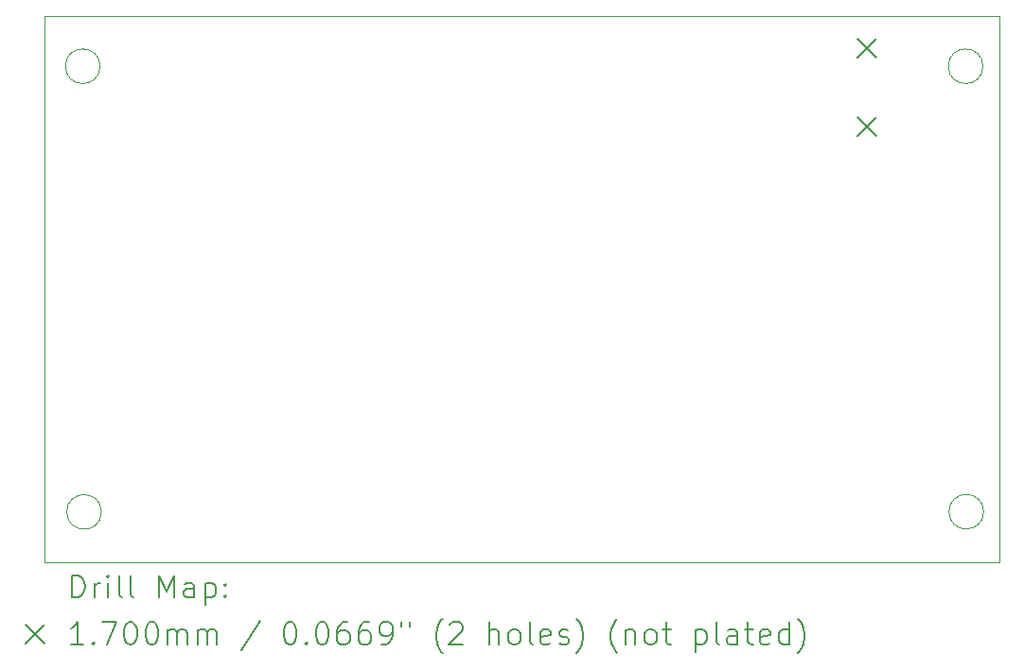
<source format=gbr>
%TF.GenerationSoftware,KiCad,Pcbnew,7.0.1*%
%TF.CreationDate,2024-01-20T16:33:46+00:00*%
%TF.ProjectId,SI4735,53493437-3335-42e6-9b69-6361645f7063,rev?*%
%TF.SameCoordinates,Original*%
%TF.FileFunction,Drillmap*%
%TF.FilePolarity,Positive*%
%FSLAX45Y45*%
G04 Gerber Fmt 4.5, Leading zero omitted, Abs format (unit mm)*
G04 Created by KiCad (PCBNEW 7.0.1) date 2024-01-20 16:33:46*
%MOMM*%
%LPD*%
G01*
G04 APERTURE LIST*
%ADD10C,0.100000*%
%ADD11C,0.050000*%
%ADD12C,0.200000*%
%ADD13C,0.170000*%
G04 APERTURE END LIST*
D10*
X3555840Y-2268000D02*
G75*
G03*
X3555840Y-2268000I-154840J0D01*
G01*
D11*
X3060000Y-1815000D02*
X11602000Y-1815000D01*
X11602000Y-6713000D01*
X3060000Y-6713000D01*
X3060000Y-1815000D01*
D10*
X11459840Y-6259000D02*
G75*
G03*
X11459840Y-6259000I-154840J0D01*
G01*
X11453840Y-2268000D02*
G75*
G03*
X11453840Y-2268000I-154840J0D01*
G01*
X3567840Y-6261000D02*
G75*
G03*
X3567840Y-6261000I-154840J0D01*
G01*
D12*
D13*
X10333417Y-2023500D02*
X10503417Y-2193500D01*
X10503417Y-2023500D02*
X10333417Y-2193500D01*
X10333417Y-2723500D02*
X10503417Y-2893500D01*
X10503417Y-2723500D02*
X10333417Y-2893500D01*
D12*
X3305119Y-7028024D02*
X3305119Y-6828024D01*
X3305119Y-6828024D02*
X3352738Y-6828024D01*
X3352738Y-6828024D02*
X3381309Y-6837548D01*
X3381309Y-6837548D02*
X3400357Y-6856595D01*
X3400357Y-6856595D02*
X3409881Y-6875643D01*
X3409881Y-6875643D02*
X3419405Y-6913738D01*
X3419405Y-6913738D02*
X3419405Y-6942309D01*
X3419405Y-6942309D02*
X3409881Y-6980405D01*
X3409881Y-6980405D02*
X3400357Y-6999452D01*
X3400357Y-6999452D02*
X3381309Y-7018500D01*
X3381309Y-7018500D02*
X3352738Y-7028024D01*
X3352738Y-7028024D02*
X3305119Y-7028024D01*
X3505119Y-7028024D02*
X3505119Y-6894690D01*
X3505119Y-6932786D02*
X3514643Y-6913738D01*
X3514643Y-6913738D02*
X3524167Y-6904214D01*
X3524167Y-6904214D02*
X3543214Y-6894690D01*
X3543214Y-6894690D02*
X3562262Y-6894690D01*
X3628928Y-7028024D02*
X3628928Y-6894690D01*
X3628928Y-6828024D02*
X3619405Y-6837548D01*
X3619405Y-6837548D02*
X3628928Y-6847071D01*
X3628928Y-6847071D02*
X3638452Y-6837548D01*
X3638452Y-6837548D02*
X3628928Y-6828024D01*
X3628928Y-6828024D02*
X3628928Y-6847071D01*
X3752738Y-7028024D02*
X3733690Y-7018500D01*
X3733690Y-7018500D02*
X3724167Y-6999452D01*
X3724167Y-6999452D02*
X3724167Y-6828024D01*
X3857500Y-7028024D02*
X3838452Y-7018500D01*
X3838452Y-7018500D02*
X3828928Y-6999452D01*
X3828928Y-6999452D02*
X3828928Y-6828024D01*
X4086071Y-7028024D02*
X4086071Y-6828024D01*
X4086071Y-6828024D02*
X4152738Y-6970881D01*
X4152738Y-6970881D02*
X4219405Y-6828024D01*
X4219405Y-6828024D02*
X4219405Y-7028024D01*
X4400357Y-7028024D02*
X4400357Y-6923262D01*
X4400357Y-6923262D02*
X4390833Y-6904214D01*
X4390833Y-6904214D02*
X4371786Y-6894690D01*
X4371786Y-6894690D02*
X4333690Y-6894690D01*
X4333690Y-6894690D02*
X4314643Y-6904214D01*
X4400357Y-7018500D02*
X4381310Y-7028024D01*
X4381310Y-7028024D02*
X4333690Y-7028024D01*
X4333690Y-7028024D02*
X4314643Y-7018500D01*
X4314643Y-7018500D02*
X4305119Y-6999452D01*
X4305119Y-6999452D02*
X4305119Y-6980405D01*
X4305119Y-6980405D02*
X4314643Y-6961357D01*
X4314643Y-6961357D02*
X4333690Y-6951833D01*
X4333690Y-6951833D02*
X4381310Y-6951833D01*
X4381310Y-6951833D02*
X4400357Y-6942309D01*
X4495595Y-6894690D02*
X4495595Y-7094690D01*
X4495595Y-6904214D02*
X4514643Y-6894690D01*
X4514643Y-6894690D02*
X4552738Y-6894690D01*
X4552738Y-6894690D02*
X4571786Y-6904214D01*
X4571786Y-6904214D02*
X4581310Y-6913738D01*
X4581310Y-6913738D02*
X4590833Y-6932786D01*
X4590833Y-6932786D02*
X4590833Y-6989928D01*
X4590833Y-6989928D02*
X4581310Y-7008976D01*
X4581310Y-7008976D02*
X4571786Y-7018500D01*
X4571786Y-7018500D02*
X4552738Y-7028024D01*
X4552738Y-7028024D02*
X4514643Y-7028024D01*
X4514643Y-7028024D02*
X4495595Y-7018500D01*
X4676548Y-7008976D02*
X4686071Y-7018500D01*
X4686071Y-7018500D02*
X4676548Y-7028024D01*
X4676548Y-7028024D02*
X4667024Y-7018500D01*
X4667024Y-7018500D02*
X4676548Y-7008976D01*
X4676548Y-7008976D02*
X4676548Y-7028024D01*
X4676548Y-6904214D02*
X4686071Y-6913738D01*
X4686071Y-6913738D02*
X4676548Y-6923262D01*
X4676548Y-6923262D02*
X4667024Y-6913738D01*
X4667024Y-6913738D02*
X4676548Y-6904214D01*
X4676548Y-6904214D02*
X4676548Y-6923262D01*
D13*
X2887500Y-7270500D02*
X3057500Y-7440500D01*
X3057500Y-7270500D02*
X2887500Y-7440500D01*
D12*
X3409881Y-7448024D02*
X3295595Y-7448024D01*
X3352738Y-7448024D02*
X3352738Y-7248024D01*
X3352738Y-7248024D02*
X3333690Y-7276595D01*
X3333690Y-7276595D02*
X3314643Y-7295643D01*
X3314643Y-7295643D02*
X3295595Y-7305167D01*
X3495595Y-7428976D02*
X3505119Y-7438500D01*
X3505119Y-7438500D02*
X3495595Y-7448024D01*
X3495595Y-7448024D02*
X3486071Y-7438500D01*
X3486071Y-7438500D02*
X3495595Y-7428976D01*
X3495595Y-7428976D02*
X3495595Y-7448024D01*
X3571786Y-7248024D02*
X3705119Y-7248024D01*
X3705119Y-7248024D02*
X3619405Y-7448024D01*
X3819405Y-7248024D02*
X3838452Y-7248024D01*
X3838452Y-7248024D02*
X3857500Y-7257548D01*
X3857500Y-7257548D02*
X3867024Y-7267071D01*
X3867024Y-7267071D02*
X3876548Y-7286119D01*
X3876548Y-7286119D02*
X3886071Y-7324214D01*
X3886071Y-7324214D02*
X3886071Y-7371833D01*
X3886071Y-7371833D02*
X3876548Y-7409928D01*
X3876548Y-7409928D02*
X3867024Y-7428976D01*
X3867024Y-7428976D02*
X3857500Y-7438500D01*
X3857500Y-7438500D02*
X3838452Y-7448024D01*
X3838452Y-7448024D02*
X3819405Y-7448024D01*
X3819405Y-7448024D02*
X3800357Y-7438500D01*
X3800357Y-7438500D02*
X3790833Y-7428976D01*
X3790833Y-7428976D02*
X3781309Y-7409928D01*
X3781309Y-7409928D02*
X3771786Y-7371833D01*
X3771786Y-7371833D02*
X3771786Y-7324214D01*
X3771786Y-7324214D02*
X3781309Y-7286119D01*
X3781309Y-7286119D02*
X3790833Y-7267071D01*
X3790833Y-7267071D02*
X3800357Y-7257548D01*
X3800357Y-7257548D02*
X3819405Y-7248024D01*
X4009881Y-7248024D02*
X4028929Y-7248024D01*
X4028929Y-7248024D02*
X4047976Y-7257548D01*
X4047976Y-7257548D02*
X4057500Y-7267071D01*
X4057500Y-7267071D02*
X4067024Y-7286119D01*
X4067024Y-7286119D02*
X4076548Y-7324214D01*
X4076548Y-7324214D02*
X4076548Y-7371833D01*
X4076548Y-7371833D02*
X4067024Y-7409928D01*
X4067024Y-7409928D02*
X4057500Y-7428976D01*
X4057500Y-7428976D02*
X4047976Y-7438500D01*
X4047976Y-7438500D02*
X4028929Y-7448024D01*
X4028929Y-7448024D02*
X4009881Y-7448024D01*
X4009881Y-7448024D02*
X3990833Y-7438500D01*
X3990833Y-7438500D02*
X3981309Y-7428976D01*
X3981309Y-7428976D02*
X3971786Y-7409928D01*
X3971786Y-7409928D02*
X3962262Y-7371833D01*
X3962262Y-7371833D02*
X3962262Y-7324214D01*
X3962262Y-7324214D02*
X3971786Y-7286119D01*
X3971786Y-7286119D02*
X3981309Y-7267071D01*
X3981309Y-7267071D02*
X3990833Y-7257548D01*
X3990833Y-7257548D02*
X4009881Y-7248024D01*
X4162262Y-7448024D02*
X4162262Y-7314690D01*
X4162262Y-7333738D02*
X4171786Y-7324214D01*
X4171786Y-7324214D02*
X4190833Y-7314690D01*
X4190833Y-7314690D02*
X4219405Y-7314690D01*
X4219405Y-7314690D02*
X4238452Y-7324214D01*
X4238452Y-7324214D02*
X4247976Y-7343262D01*
X4247976Y-7343262D02*
X4247976Y-7448024D01*
X4247976Y-7343262D02*
X4257500Y-7324214D01*
X4257500Y-7324214D02*
X4276548Y-7314690D01*
X4276548Y-7314690D02*
X4305119Y-7314690D01*
X4305119Y-7314690D02*
X4324167Y-7324214D01*
X4324167Y-7324214D02*
X4333691Y-7343262D01*
X4333691Y-7343262D02*
X4333691Y-7448024D01*
X4428929Y-7448024D02*
X4428929Y-7314690D01*
X4428929Y-7333738D02*
X4438452Y-7324214D01*
X4438452Y-7324214D02*
X4457500Y-7314690D01*
X4457500Y-7314690D02*
X4486072Y-7314690D01*
X4486072Y-7314690D02*
X4505119Y-7324214D01*
X4505119Y-7324214D02*
X4514643Y-7343262D01*
X4514643Y-7343262D02*
X4514643Y-7448024D01*
X4514643Y-7343262D02*
X4524167Y-7324214D01*
X4524167Y-7324214D02*
X4543214Y-7314690D01*
X4543214Y-7314690D02*
X4571786Y-7314690D01*
X4571786Y-7314690D02*
X4590833Y-7324214D01*
X4590833Y-7324214D02*
X4600357Y-7343262D01*
X4600357Y-7343262D02*
X4600357Y-7448024D01*
X4990833Y-7238500D02*
X4819405Y-7495643D01*
X5247976Y-7248024D02*
X5267024Y-7248024D01*
X5267024Y-7248024D02*
X5286072Y-7257548D01*
X5286072Y-7257548D02*
X5295595Y-7267071D01*
X5295595Y-7267071D02*
X5305119Y-7286119D01*
X5305119Y-7286119D02*
X5314643Y-7324214D01*
X5314643Y-7324214D02*
X5314643Y-7371833D01*
X5314643Y-7371833D02*
X5305119Y-7409928D01*
X5305119Y-7409928D02*
X5295595Y-7428976D01*
X5295595Y-7428976D02*
X5286072Y-7438500D01*
X5286072Y-7438500D02*
X5267024Y-7448024D01*
X5267024Y-7448024D02*
X5247976Y-7448024D01*
X5247976Y-7448024D02*
X5228929Y-7438500D01*
X5228929Y-7438500D02*
X5219405Y-7428976D01*
X5219405Y-7428976D02*
X5209881Y-7409928D01*
X5209881Y-7409928D02*
X5200357Y-7371833D01*
X5200357Y-7371833D02*
X5200357Y-7324214D01*
X5200357Y-7324214D02*
X5209881Y-7286119D01*
X5209881Y-7286119D02*
X5219405Y-7267071D01*
X5219405Y-7267071D02*
X5228929Y-7257548D01*
X5228929Y-7257548D02*
X5247976Y-7248024D01*
X5400357Y-7428976D02*
X5409881Y-7438500D01*
X5409881Y-7438500D02*
X5400357Y-7448024D01*
X5400357Y-7448024D02*
X5390834Y-7438500D01*
X5390834Y-7438500D02*
X5400357Y-7428976D01*
X5400357Y-7428976D02*
X5400357Y-7448024D01*
X5533691Y-7248024D02*
X5552738Y-7248024D01*
X5552738Y-7248024D02*
X5571786Y-7257548D01*
X5571786Y-7257548D02*
X5581310Y-7267071D01*
X5581310Y-7267071D02*
X5590834Y-7286119D01*
X5590834Y-7286119D02*
X5600357Y-7324214D01*
X5600357Y-7324214D02*
X5600357Y-7371833D01*
X5600357Y-7371833D02*
X5590834Y-7409928D01*
X5590834Y-7409928D02*
X5581310Y-7428976D01*
X5581310Y-7428976D02*
X5571786Y-7438500D01*
X5571786Y-7438500D02*
X5552738Y-7448024D01*
X5552738Y-7448024D02*
X5533691Y-7448024D01*
X5533691Y-7448024D02*
X5514643Y-7438500D01*
X5514643Y-7438500D02*
X5505119Y-7428976D01*
X5505119Y-7428976D02*
X5495595Y-7409928D01*
X5495595Y-7409928D02*
X5486072Y-7371833D01*
X5486072Y-7371833D02*
X5486072Y-7324214D01*
X5486072Y-7324214D02*
X5495595Y-7286119D01*
X5495595Y-7286119D02*
X5505119Y-7267071D01*
X5505119Y-7267071D02*
X5514643Y-7257548D01*
X5514643Y-7257548D02*
X5533691Y-7248024D01*
X5771786Y-7248024D02*
X5733691Y-7248024D01*
X5733691Y-7248024D02*
X5714643Y-7257548D01*
X5714643Y-7257548D02*
X5705119Y-7267071D01*
X5705119Y-7267071D02*
X5686072Y-7295643D01*
X5686072Y-7295643D02*
X5676548Y-7333738D01*
X5676548Y-7333738D02*
X5676548Y-7409928D01*
X5676548Y-7409928D02*
X5686072Y-7428976D01*
X5686072Y-7428976D02*
X5695595Y-7438500D01*
X5695595Y-7438500D02*
X5714643Y-7448024D01*
X5714643Y-7448024D02*
X5752738Y-7448024D01*
X5752738Y-7448024D02*
X5771786Y-7438500D01*
X5771786Y-7438500D02*
X5781310Y-7428976D01*
X5781310Y-7428976D02*
X5790833Y-7409928D01*
X5790833Y-7409928D02*
X5790833Y-7362309D01*
X5790833Y-7362309D02*
X5781310Y-7343262D01*
X5781310Y-7343262D02*
X5771786Y-7333738D01*
X5771786Y-7333738D02*
X5752738Y-7324214D01*
X5752738Y-7324214D02*
X5714643Y-7324214D01*
X5714643Y-7324214D02*
X5695595Y-7333738D01*
X5695595Y-7333738D02*
X5686072Y-7343262D01*
X5686072Y-7343262D02*
X5676548Y-7362309D01*
X5962262Y-7248024D02*
X5924167Y-7248024D01*
X5924167Y-7248024D02*
X5905119Y-7257548D01*
X5905119Y-7257548D02*
X5895595Y-7267071D01*
X5895595Y-7267071D02*
X5876548Y-7295643D01*
X5876548Y-7295643D02*
X5867024Y-7333738D01*
X5867024Y-7333738D02*
X5867024Y-7409928D01*
X5867024Y-7409928D02*
X5876548Y-7428976D01*
X5876548Y-7428976D02*
X5886072Y-7438500D01*
X5886072Y-7438500D02*
X5905119Y-7448024D01*
X5905119Y-7448024D02*
X5943214Y-7448024D01*
X5943214Y-7448024D02*
X5962262Y-7438500D01*
X5962262Y-7438500D02*
X5971786Y-7428976D01*
X5971786Y-7428976D02*
X5981310Y-7409928D01*
X5981310Y-7409928D02*
X5981310Y-7362309D01*
X5981310Y-7362309D02*
X5971786Y-7343262D01*
X5971786Y-7343262D02*
X5962262Y-7333738D01*
X5962262Y-7333738D02*
X5943214Y-7324214D01*
X5943214Y-7324214D02*
X5905119Y-7324214D01*
X5905119Y-7324214D02*
X5886072Y-7333738D01*
X5886072Y-7333738D02*
X5876548Y-7343262D01*
X5876548Y-7343262D02*
X5867024Y-7362309D01*
X6076548Y-7448024D02*
X6114643Y-7448024D01*
X6114643Y-7448024D02*
X6133691Y-7438500D01*
X6133691Y-7438500D02*
X6143214Y-7428976D01*
X6143214Y-7428976D02*
X6162262Y-7400405D01*
X6162262Y-7400405D02*
X6171786Y-7362309D01*
X6171786Y-7362309D02*
X6171786Y-7286119D01*
X6171786Y-7286119D02*
X6162262Y-7267071D01*
X6162262Y-7267071D02*
X6152738Y-7257548D01*
X6152738Y-7257548D02*
X6133691Y-7248024D01*
X6133691Y-7248024D02*
X6095595Y-7248024D01*
X6095595Y-7248024D02*
X6076548Y-7257548D01*
X6076548Y-7257548D02*
X6067024Y-7267071D01*
X6067024Y-7267071D02*
X6057500Y-7286119D01*
X6057500Y-7286119D02*
X6057500Y-7333738D01*
X6057500Y-7333738D02*
X6067024Y-7352786D01*
X6067024Y-7352786D02*
X6076548Y-7362309D01*
X6076548Y-7362309D02*
X6095595Y-7371833D01*
X6095595Y-7371833D02*
X6133691Y-7371833D01*
X6133691Y-7371833D02*
X6152738Y-7362309D01*
X6152738Y-7362309D02*
X6162262Y-7352786D01*
X6162262Y-7352786D02*
X6171786Y-7333738D01*
X6247976Y-7248024D02*
X6247976Y-7286119D01*
X6324167Y-7248024D02*
X6324167Y-7286119D01*
X6619405Y-7524214D02*
X6609881Y-7514690D01*
X6609881Y-7514690D02*
X6590834Y-7486119D01*
X6590834Y-7486119D02*
X6581310Y-7467071D01*
X6581310Y-7467071D02*
X6571786Y-7438500D01*
X6571786Y-7438500D02*
X6562262Y-7390881D01*
X6562262Y-7390881D02*
X6562262Y-7352786D01*
X6562262Y-7352786D02*
X6571786Y-7305167D01*
X6571786Y-7305167D02*
X6581310Y-7276595D01*
X6581310Y-7276595D02*
X6590834Y-7257548D01*
X6590834Y-7257548D02*
X6609881Y-7228976D01*
X6609881Y-7228976D02*
X6619405Y-7219452D01*
X6686072Y-7267071D02*
X6695595Y-7257548D01*
X6695595Y-7257548D02*
X6714643Y-7248024D01*
X6714643Y-7248024D02*
X6762262Y-7248024D01*
X6762262Y-7248024D02*
X6781310Y-7257548D01*
X6781310Y-7257548D02*
X6790834Y-7267071D01*
X6790834Y-7267071D02*
X6800357Y-7286119D01*
X6800357Y-7286119D02*
X6800357Y-7305167D01*
X6800357Y-7305167D02*
X6790834Y-7333738D01*
X6790834Y-7333738D02*
X6676548Y-7448024D01*
X6676548Y-7448024D02*
X6800357Y-7448024D01*
X7038453Y-7448024D02*
X7038453Y-7248024D01*
X7124167Y-7448024D02*
X7124167Y-7343262D01*
X7124167Y-7343262D02*
X7114643Y-7324214D01*
X7114643Y-7324214D02*
X7095596Y-7314690D01*
X7095596Y-7314690D02*
X7067024Y-7314690D01*
X7067024Y-7314690D02*
X7047976Y-7324214D01*
X7047976Y-7324214D02*
X7038453Y-7333738D01*
X7247976Y-7448024D02*
X7228929Y-7438500D01*
X7228929Y-7438500D02*
X7219405Y-7428976D01*
X7219405Y-7428976D02*
X7209881Y-7409928D01*
X7209881Y-7409928D02*
X7209881Y-7352786D01*
X7209881Y-7352786D02*
X7219405Y-7333738D01*
X7219405Y-7333738D02*
X7228929Y-7324214D01*
X7228929Y-7324214D02*
X7247976Y-7314690D01*
X7247976Y-7314690D02*
X7276548Y-7314690D01*
X7276548Y-7314690D02*
X7295596Y-7324214D01*
X7295596Y-7324214D02*
X7305119Y-7333738D01*
X7305119Y-7333738D02*
X7314643Y-7352786D01*
X7314643Y-7352786D02*
X7314643Y-7409928D01*
X7314643Y-7409928D02*
X7305119Y-7428976D01*
X7305119Y-7428976D02*
X7295596Y-7438500D01*
X7295596Y-7438500D02*
X7276548Y-7448024D01*
X7276548Y-7448024D02*
X7247976Y-7448024D01*
X7428929Y-7448024D02*
X7409881Y-7438500D01*
X7409881Y-7438500D02*
X7400357Y-7419452D01*
X7400357Y-7419452D02*
X7400357Y-7248024D01*
X7581310Y-7438500D02*
X7562262Y-7448024D01*
X7562262Y-7448024D02*
X7524167Y-7448024D01*
X7524167Y-7448024D02*
X7505119Y-7438500D01*
X7505119Y-7438500D02*
X7495596Y-7419452D01*
X7495596Y-7419452D02*
X7495596Y-7343262D01*
X7495596Y-7343262D02*
X7505119Y-7324214D01*
X7505119Y-7324214D02*
X7524167Y-7314690D01*
X7524167Y-7314690D02*
X7562262Y-7314690D01*
X7562262Y-7314690D02*
X7581310Y-7324214D01*
X7581310Y-7324214D02*
X7590834Y-7343262D01*
X7590834Y-7343262D02*
X7590834Y-7362309D01*
X7590834Y-7362309D02*
X7495596Y-7381357D01*
X7667024Y-7438500D02*
X7686072Y-7448024D01*
X7686072Y-7448024D02*
X7724167Y-7448024D01*
X7724167Y-7448024D02*
X7743215Y-7438500D01*
X7743215Y-7438500D02*
X7752738Y-7419452D01*
X7752738Y-7419452D02*
X7752738Y-7409928D01*
X7752738Y-7409928D02*
X7743215Y-7390881D01*
X7743215Y-7390881D02*
X7724167Y-7381357D01*
X7724167Y-7381357D02*
X7695596Y-7381357D01*
X7695596Y-7381357D02*
X7676548Y-7371833D01*
X7676548Y-7371833D02*
X7667024Y-7352786D01*
X7667024Y-7352786D02*
X7667024Y-7343262D01*
X7667024Y-7343262D02*
X7676548Y-7324214D01*
X7676548Y-7324214D02*
X7695596Y-7314690D01*
X7695596Y-7314690D02*
X7724167Y-7314690D01*
X7724167Y-7314690D02*
X7743215Y-7324214D01*
X7819405Y-7524214D02*
X7828929Y-7514690D01*
X7828929Y-7514690D02*
X7847977Y-7486119D01*
X7847977Y-7486119D02*
X7857500Y-7467071D01*
X7857500Y-7467071D02*
X7867024Y-7438500D01*
X7867024Y-7438500D02*
X7876548Y-7390881D01*
X7876548Y-7390881D02*
X7876548Y-7352786D01*
X7876548Y-7352786D02*
X7867024Y-7305167D01*
X7867024Y-7305167D02*
X7857500Y-7276595D01*
X7857500Y-7276595D02*
X7847977Y-7257548D01*
X7847977Y-7257548D02*
X7828929Y-7228976D01*
X7828929Y-7228976D02*
X7819405Y-7219452D01*
X8181310Y-7524214D02*
X8171786Y-7514690D01*
X8171786Y-7514690D02*
X8152738Y-7486119D01*
X8152738Y-7486119D02*
X8143215Y-7467071D01*
X8143215Y-7467071D02*
X8133691Y-7438500D01*
X8133691Y-7438500D02*
X8124167Y-7390881D01*
X8124167Y-7390881D02*
X8124167Y-7352786D01*
X8124167Y-7352786D02*
X8133691Y-7305167D01*
X8133691Y-7305167D02*
X8143215Y-7276595D01*
X8143215Y-7276595D02*
X8152738Y-7257548D01*
X8152738Y-7257548D02*
X8171786Y-7228976D01*
X8171786Y-7228976D02*
X8181310Y-7219452D01*
X8257500Y-7314690D02*
X8257500Y-7448024D01*
X8257500Y-7333738D02*
X8267024Y-7324214D01*
X8267024Y-7324214D02*
X8286072Y-7314690D01*
X8286072Y-7314690D02*
X8314643Y-7314690D01*
X8314643Y-7314690D02*
X8333691Y-7324214D01*
X8333691Y-7324214D02*
X8343215Y-7343262D01*
X8343215Y-7343262D02*
X8343215Y-7448024D01*
X8467024Y-7448024D02*
X8447977Y-7438500D01*
X8447977Y-7438500D02*
X8438453Y-7428976D01*
X8438453Y-7428976D02*
X8428929Y-7409928D01*
X8428929Y-7409928D02*
X8428929Y-7352786D01*
X8428929Y-7352786D02*
X8438453Y-7333738D01*
X8438453Y-7333738D02*
X8447977Y-7324214D01*
X8447977Y-7324214D02*
X8467024Y-7314690D01*
X8467024Y-7314690D02*
X8495596Y-7314690D01*
X8495596Y-7314690D02*
X8514643Y-7324214D01*
X8514643Y-7324214D02*
X8524167Y-7333738D01*
X8524167Y-7333738D02*
X8533691Y-7352786D01*
X8533691Y-7352786D02*
X8533691Y-7409928D01*
X8533691Y-7409928D02*
X8524167Y-7428976D01*
X8524167Y-7428976D02*
X8514643Y-7438500D01*
X8514643Y-7438500D02*
X8495596Y-7448024D01*
X8495596Y-7448024D02*
X8467024Y-7448024D01*
X8590834Y-7314690D02*
X8667024Y-7314690D01*
X8619405Y-7248024D02*
X8619405Y-7419452D01*
X8619405Y-7419452D02*
X8628929Y-7438500D01*
X8628929Y-7438500D02*
X8647977Y-7448024D01*
X8647977Y-7448024D02*
X8667024Y-7448024D01*
X8886072Y-7314690D02*
X8886072Y-7514690D01*
X8886072Y-7324214D02*
X8905120Y-7314690D01*
X8905120Y-7314690D02*
X8943215Y-7314690D01*
X8943215Y-7314690D02*
X8962262Y-7324214D01*
X8962262Y-7324214D02*
X8971786Y-7333738D01*
X8971786Y-7333738D02*
X8981310Y-7352786D01*
X8981310Y-7352786D02*
X8981310Y-7409928D01*
X8981310Y-7409928D02*
X8971786Y-7428976D01*
X8971786Y-7428976D02*
X8962262Y-7438500D01*
X8962262Y-7438500D02*
X8943215Y-7448024D01*
X8943215Y-7448024D02*
X8905120Y-7448024D01*
X8905120Y-7448024D02*
X8886072Y-7438500D01*
X9095596Y-7448024D02*
X9076548Y-7438500D01*
X9076548Y-7438500D02*
X9067024Y-7419452D01*
X9067024Y-7419452D02*
X9067024Y-7248024D01*
X9257501Y-7448024D02*
X9257501Y-7343262D01*
X9257501Y-7343262D02*
X9247977Y-7324214D01*
X9247977Y-7324214D02*
X9228929Y-7314690D01*
X9228929Y-7314690D02*
X9190834Y-7314690D01*
X9190834Y-7314690D02*
X9171786Y-7324214D01*
X9257501Y-7438500D02*
X9238453Y-7448024D01*
X9238453Y-7448024D02*
X9190834Y-7448024D01*
X9190834Y-7448024D02*
X9171786Y-7438500D01*
X9171786Y-7438500D02*
X9162262Y-7419452D01*
X9162262Y-7419452D02*
X9162262Y-7400405D01*
X9162262Y-7400405D02*
X9171786Y-7381357D01*
X9171786Y-7381357D02*
X9190834Y-7371833D01*
X9190834Y-7371833D02*
X9238453Y-7371833D01*
X9238453Y-7371833D02*
X9257501Y-7362309D01*
X9324167Y-7314690D02*
X9400358Y-7314690D01*
X9352739Y-7248024D02*
X9352739Y-7419452D01*
X9352739Y-7419452D02*
X9362262Y-7438500D01*
X9362262Y-7438500D02*
X9381310Y-7448024D01*
X9381310Y-7448024D02*
X9400358Y-7448024D01*
X9543215Y-7438500D02*
X9524167Y-7448024D01*
X9524167Y-7448024D02*
X9486072Y-7448024D01*
X9486072Y-7448024D02*
X9467024Y-7438500D01*
X9467024Y-7438500D02*
X9457501Y-7419452D01*
X9457501Y-7419452D02*
X9457501Y-7343262D01*
X9457501Y-7343262D02*
X9467024Y-7324214D01*
X9467024Y-7324214D02*
X9486072Y-7314690D01*
X9486072Y-7314690D02*
X9524167Y-7314690D01*
X9524167Y-7314690D02*
X9543215Y-7324214D01*
X9543215Y-7324214D02*
X9552739Y-7343262D01*
X9552739Y-7343262D02*
X9552739Y-7362309D01*
X9552739Y-7362309D02*
X9457501Y-7381357D01*
X9724167Y-7448024D02*
X9724167Y-7248024D01*
X9724167Y-7438500D02*
X9705120Y-7448024D01*
X9705120Y-7448024D02*
X9667024Y-7448024D01*
X9667024Y-7448024D02*
X9647977Y-7438500D01*
X9647977Y-7438500D02*
X9638453Y-7428976D01*
X9638453Y-7428976D02*
X9628929Y-7409928D01*
X9628929Y-7409928D02*
X9628929Y-7352786D01*
X9628929Y-7352786D02*
X9638453Y-7333738D01*
X9638453Y-7333738D02*
X9647977Y-7324214D01*
X9647977Y-7324214D02*
X9667024Y-7314690D01*
X9667024Y-7314690D02*
X9705120Y-7314690D01*
X9705120Y-7314690D02*
X9724167Y-7324214D01*
X9800358Y-7524214D02*
X9809882Y-7514690D01*
X9809882Y-7514690D02*
X9828929Y-7486119D01*
X9828929Y-7486119D02*
X9838453Y-7467071D01*
X9838453Y-7467071D02*
X9847977Y-7438500D01*
X9847977Y-7438500D02*
X9857501Y-7390881D01*
X9857501Y-7390881D02*
X9857501Y-7352786D01*
X9857501Y-7352786D02*
X9847977Y-7305167D01*
X9847977Y-7305167D02*
X9838453Y-7276595D01*
X9838453Y-7276595D02*
X9828929Y-7257548D01*
X9828929Y-7257548D02*
X9809882Y-7228976D01*
X9809882Y-7228976D02*
X9800358Y-7219452D01*
M02*

</source>
